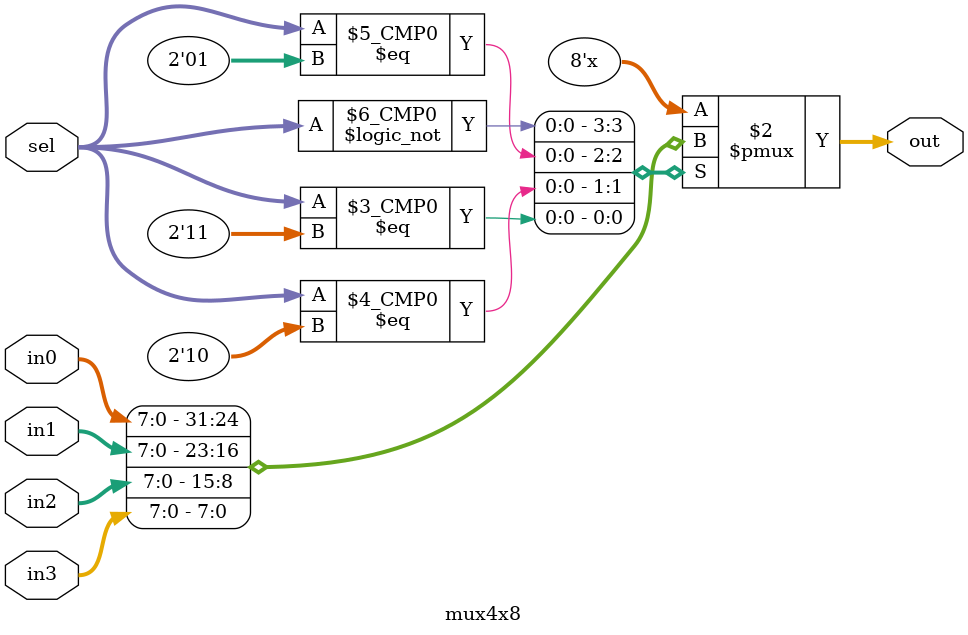
<source format=v>

`timescale 1ns/1ps

module mux4x8(
    output reg [7:0] out,
    input [1:0]      sel,
    input [7:0]      in0,
    input [7:0]      in1,
    input [7:0]      in2,
    input [7:0]      in3);

   always @(sel or in0 or in1 or in2 or in3) begin
      case (sel)
	2'b00: out <= in0;
	2'b01: out <= in1;
	2'b10: out <= in2;
	2'b11: out <= in3;
      endcase
   end
   
endmodule

	      
</source>
